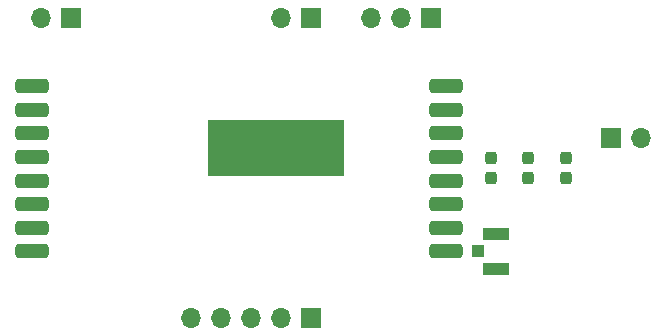
<source format=gbr>
%TF.GenerationSoftware,KiCad,Pcbnew,6.0.2+dfsg-1~bpo11+1*%
%TF.CreationDate,2022-03-03T13:43:19-05:00*%
%TF.ProjectId,RFM98PW-433S2_breakout,52464d39-3850-4572-9d34-333353325f62,rev?*%
%TF.SameCoordinates,Original*%
%TF.FileFunction,Soldermask,Top*%
%TF.FilePolarity,Negative*%
%FSLAX46Y46*%
G04 Gerber Fmt 4.6, Leading zero omitted, Abs format (unit mm)*
G04 Created by KiCad (PCBNEW 6.0.2+dfsg-1~bpo11+1) date 2022-03-03 13:43:19*
%MOMM*%
%LPD*%
G01*
G04 APERTURE LIST*
G04 Aperture macros list*
%AMRoundRect*
0 Rectangle with rounded corners*
0 $1 Rounding radius*
0 $2 $3 $4 $5 $6 $7 $8 $9 X,Y pos of 4 corners*
0 Add a 4 corners polygon primitive as box body*
4,1,4,$2,$3,$4,$5,$6,$7,$8,$9,$2,$3,0*
0 Add four circle primitives for the rounded corners*
1,1,$1+$1,$2,$3*
1,1,$1+$1,$4,$5*
1,1,$1+$1,$6,$7*
1,1,$1+$1,$8,$9*
0 Add four rect primitives between the rounded corners*
20,1,$1+$1,$2,$3,$4,$5,0*
20,1,$1+$1,$4,$5,$6,$7,0*
20,1,$1+$1,$6,$7,$8,$9,0*
20,1,$1+$1,$8,$9,$2,$3,0*%
G04 Aperture macros list end*
%ADD10RoundRect,0.300000X-1.100000X-0.300000X1.100000X-0.300000X1.100000X0.300000X-1.100000X0.300000X0*%
%ADD11R,11.500000X4.700000*%
%ADD12R,2.200000X1.050000*%
%ADD13R,1.050000X1.000000*%
%ADD14RoundRect,0.237500X0.237500X-0.300000X0.237500X0.300000X-0.237500X0.300000X-0.237500X-0.300000X0*%
%ADD15R,1.700000X1.700000*%
%ADD16O,1.700000X1.700000*%
G04 APERTURE END LIST*
D10*
%TO.C,U1*%
X156217000Y-106129000D03*
X156217000Y-104129000D03*
X156217000Y-102129000D03*
X156217000Y-100129000D03*
X156217000Y-98129000D03*
X156217000Y-96129000D03*
X156217000Y-94124683D03*
X156217000Y-92127328D03*
X121217000Y-92129000D03*
X121217000Y-94129000D03*
X121217000Y-96129000D03*
X121217000Y-98129000D03*
X121217000Y-100129000D03*
X121217000Y-102129000D03*
X121217000Y-104129000D03*
X121217000Y-106129000D03*
D11*
X141867000Y-97379000D03*
%TD*%
D12*
%TO.C,J1*%
X160477200Y-104646200D03*
D13*
X158952200Y-106121200D03*
D12*
X160477200Y-107596200D03*
%TD*%
D14*
%TO.C,C4*%
X163195000Y-99922500D03*
X163195000Y-98197500D03*
%TD*%
D15*
%TO.C,J3*%
X154940000Y-86360000D03*
D16*
X152400000Y-86360000D03*
X149860000Y-86360000D03*
%TD*%
D14*
%TO.C,C5*%
X160020000Y-99922500D03*
X160020000Y-98197500D03*
%TD*%
D15*
%TO.C,J5*%
X170180000Y-96520000D03*
D16*
X172720000Y-96520000D03*
%TD*%
D15*
%TO.C,J2*%
X144780000Y-111760000D03*
D16*
X142240000Y-111760000D03*
X139700000Y-111760000D03*
X137160000Y-111760000D03*
X134620000Y-111760000D03*
%TD*%
D15*
%TO.C,J6*%
X124460000Y-86360000D03*
D16*
X121920000Y-86360000D03*
%TD*%
D14*
%TO.C,C3*%
X166370000Y-99922500D03*
X166370000Y-98197500D03*
%TD*%
D15*
%TO.C,J4*%
X144780000Y-86360000D03*
D16*
X142240000Y-86360000D03*
%TD*%
M02*

</source>
